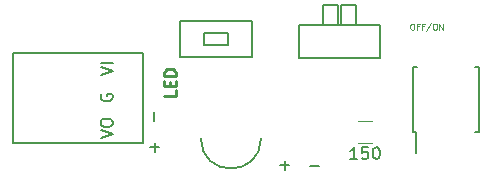
<source format=gbr>
G04 #@! TF.GenerationSoftware,KiCad,Pcbnew,5.0.2+dfsg1-1~bpo9+1*
G04 #@! TF.CreationDate,2019-09-09T18:37:33+01:00*
G04 #@! TF.ProjectId,smart_glasses_tv_b_gone,736d6172-745f-4676-9c61-737365735f74,rev?*
G04 #@! TF.SameCoordinates,Original*
G04 #@! TF.FileFunction,Legend,Top*
G04 #@! TF.FilePolarity,Positive*
%FSLAX46Y46*%
G04 Gerber Fmt 4.6, Leading zero omitted, Abs format (unit mm)*
G04 Created by KiCad (PCBNEW 5.0.2+dfsg1-1~bpo9+1) date Mon 09 Sep 2019 18:37:33 BST*
%MOMM*%
%LPD*%
G01*
G04 APERTURE LIST*
%ADD10C,0.250000*%
%ADD11C,0.125000*%
%ADD12C,0.120000*%
%ADD13C,0.150000*%
G04 APERTURE END LIST*
D10*
X115908080Y-77681057D02*
X115908080Y-78157247D01*
X114908080Y-78157247D01*
X115384271Y-77347723D02*
X115384271Y-77014390D01*
X115908080Y-76871533D02*
X115908080Y-77347723D01*
X114908080Y-77347723D01*
X114908080Y-76871533D01*
X115908080Y-76442961D02*
X114908080Y-76442961D01*
X114908080Y-76204866D01*
X114955700Y-76062009D01*
X115050938Y-75966771D01*
X115146176Y-75919152D01*
X115336652Y-75871533D01*
X115479509Y-75871533D01*
X115669985Y-75919152D01*
X115765223Y-75966771D01*
X115860461Y-76062009D01*
X115908080Y-76204866D01*
X115908080Y-76442961D01*
D11*
X135898095Y-72052690D02*
X135993333Y-72052690D01*
X136040952Y-72076500D01*
X136088571Y-72124119D01*
X136112380Y-72219357D01*
X136112380Y-72386023D01*
X136088571Y-72481261D01*
X136040952Y-72528880D01*
X135993333Y-72552690D01*
X135898095Y-72552690D01*
X135850476Y-72528880D01*
X135802857Y-72481261D01*
X135779047Y-72386023D01*
X135779047Y-72219357D01*
X135802857Y-72124119D01*
X135850476Y-72076500D01*
X135898095Y-72052690D01*
X136493333Y-72290785D02*
X136326666Y-72290785D01*
X136326666Y-72552690D02*
X136326666Y-72052690D01*
X136564761Y-72052690D01*
X136921904Y-72290785D02*
X136755238Y-72290785D01*
X136755238Y-72552690D02*
X136755238Y-72052690D01*
X136993333Y-72052690D01*
X137540952Y-72028880D02*
X137112380Y-72671738D01*
X137802857Y-72052690D02*
X137898095Y-72052690D01*
X137945714Y-72076500D01*
X137993333Y-72124119D01*
X138017142Y-72219357D01*
X138017142Y-72386023D01*
X137993333Y-72481261D01*
X137945714Y-72528880D01*
X137898095Y-72552690D01*
X137802857Y-72552690D01*
X137755238Y-72528880D01*
X137707619Y-72481261D01*
X137683809Y-72386023D01*
X137683809Y-72219357D01*
X137707619Y-72124119D01*
X137755238Y-72076500D01*
X137802857Y-72052690D01*
X138231428Y-72552690D02*
X138231428Y-72052690D01*
X138517142Y-72552690D01*
X138517142Y-72052690D01*
D12*
G04 #@! TO.C,150*
X132532664Y-82151900D02*
X131328536Y-82151900D01*
X132532664Y-80331900D02*
X131328536Y-80331900D01*
D13*
G04 #@! TO.C,SW1*
X133184900Y-74942700D02*
X126377700Y-74942700D01*
X126377700Y-74942700D02*
X126377700Y-72186800D01*
X133184900Y-74942700D02*
X133184900Y-72186800D01*
X133184900Y-72186800D02*
X126377700Y-72186800D01*
X129641600Y-72174100D02*
X129641600Y-70459600D01*
X129641600Y-70446900D02*
X128333500Y-70446900D01*
X128333500Y-70446900D02*
X128333500Y-72174100D01*
X129882900Y-72186800D02*
X129882900Y-70446900D01*
X129882900Y-70446900D02*
X131191000Y-70446900D01*
X131191000Y-70446900D02*
X131191000Y-72186800D01*
G04 #@! TO.C,SW2*
X116243100Y-71869300D02*
X122339100Y-71869300D01*
X122339100Y-71869300D02*
X122339100Y-74917300D01*
X122339100Y-74917300D02*
X116243100Y-74917300D01*
X116243100Y-74917300D02*
X116243100Y-71869300D01*
X118275100Y-72885300D02*
X120307100Y-72885300D01*
X120307100Y-72885300D02*
X120307100Y-73901300D01*
X120307100Y-73901300D02*
X118275100Y-73901300D01*
X118275100Y-73901300D02*
X118275100Y-72885300D01*
G04 #@! TO.C,U1*
X136030600Y-81236000D02*
X136235600Y-81236000D01*
X136030600Y-75736000D02*
X136330600Y-75736000D01*
X141540600Y-75736000D02*
X141240600Y-75736000D01*
X141540600Y-81236000D02*
X141240600Y-81236000D01*
X136030600Y-81236000D02*
X136030600Y-75736000D01*
X141540600Y-81236000D02*
X141540600Y-75736000D01*
X136235600Y-81236000D02*
X136235600Y-82986000D01*
G04 #@! TO.C,Q1*
X123118880Y-81772760D02*
G75*
G02X118028720Y-81772760I-2545080J0D01*
G01*
G04 #@! TO.C,U2*
X113093500Y-82148680D02*
X102090220Y-82148680D01*
X113093500Y-82143600D02*
X113093500Y-74523600D01*
X113098580Y-74518520D02*
X102095300Y-74518520D01*
X102090220Y-82153760D02*
X102090220Y-74533760D01*
G04 #@! TO.C,150*
X131263933Y-83514280D02*
X130692504Y-83514280D01*
X130978219Y-83514280D02*
X130978219Y-82514280D01*
X130882980Y-82657138D01*
X130787742Y-82752376D01*
X130692504Y-82799995D01*
X132168695Y-82514280D02*
X131692504Y-82514280D01*
X131644885Y-82990471D01*
X131692504Y-82942852D01*
X131787742Y-82895233D01*
X132025838Y-82895233D01*
X132121076Y-82942852D01*
X132168695Y-82990471D01*
X132216314Y-83085709D01*
X132216314Y-83323804D01*
X132168695Y-83419042D01*
X132121076Y-83466661D01*
X132025838Y-83514280D01*
X131787742Y-83514280D01*
X131692504Y-83466661D01*
X131644885Y-83419042D01*
X132835361Y-82514280D02*
X132930600Y-82514280D01*
X133025838Y-82561900D01*
X133073457Y-82609519D01*
X133121076Y-82704757D01*
X133168695Y-82895233D01*
X133168695Y-83133328D01*
X133121076Y-83323804D01*
X133073457Y-83419042D01*
X133025838Y-83466661D01*
X132930600Y-83514280D01*
X132835361Y-83514280D01*
X132740123Y-83466661D01*
X132692504Y-83419042D01*
X132644885Y-83323804D01*
X132597266Y-83133328D01*
X132597266Y-82895233D01*
X132644885Y-82704757D01*
X132692504Y-82609519D01*
X132740123Y-82561900D01*
X132835361Y-82514280D01*
G04 #@! TO.C,U4*
X124739447Y-84056528D02*
X125501352Y-84056528D01*
X125120400Y-84437480D02*
X125120400Y-83675576D01*
X127279447Y-84120028D02*
X128041352Y-84120028D01*
G04 #@! TO.C,D1*
X114125048Y-82905552D02*
X114125048Y-82143647D01*
X114506000Y-82524600D02*
X113744096Y-82524600D01*
X114086948Y-80284272D02*
X114086948Y-79522367D01*
G04 #@! TO.C,U2*
X109553760Y-76415828D02*
X110553760Y-76082495D01*
X109553760Y-75749161D01*
X110553760Y-75415828D02*
X109553760Y-75415828D01*
X109553760Y-81730742D02*
X110553760Y-81397409D01*
X109553760Y-81064076D01*
X109553760Y-80540266D02*
X109553760Y-80349790D01*
X109601380Y-80254552D01*
X109696618Y-80159314D01*
X109887094Y-80111695D01*
X110220427Y-80111695D01*
X110410903Y-80159314D01*
X110506141Y-80254552D01*
X110553760Y-80349790D01*
X110553760Y-80540266D01*
X110506141Y-80635504D01*
X110410903Y-80730742D01*
X110220427Y-80778361D01*
X109887094Y-80778361D01*
X109696618Y-80730742D01*
X109601380Y-80635504D01*
X109553760Y-80540266D01*
X109601380Y-78046295D02*
X109553760Y-78141533D01*
X109553760Y-78284390D01*
X109601380Y-78427247D01*
X109696618Y-78522485D01*
X109791856Y-78570104D01*
X109982332Y-78617723D01*
X110125189Y-78617723D01*
X110315665Y-78570104D01*
X110410903Y-78522485D01*
X110506141Y-78427247D01*
X110553760Y-78284390D01*
X110553760Y-78189152D01*
X110506141Y-78046295D01*
X110458522Y-77998676D01*
X110125189Y-77998676D01*
X110125189Y-78189152D01*
G04 #@! TD*
M02*

</source>
